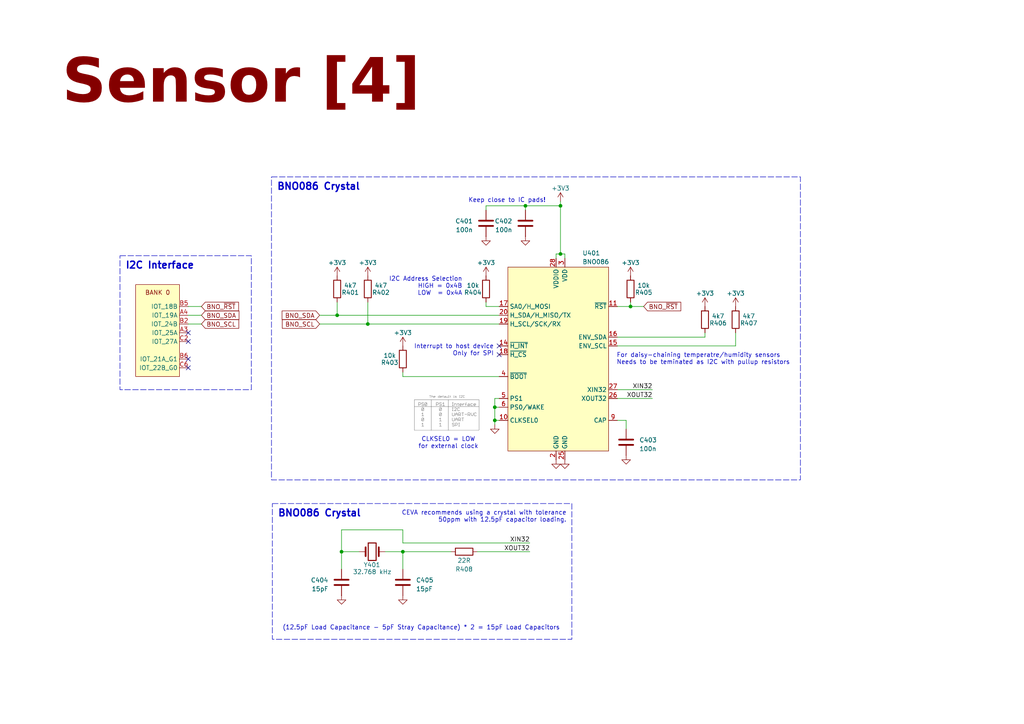
<source format=kicad_sch>
(kicad_sch (version 20250114) (generator "eeschema") (generator_version "9.0")
  (paper "A4")
  (title_block (title "Sensor") (date "2025-11-18") (rev "1.0") (company "Czech Technical University in Prague"))
  (lib_symbols
    (symbol "+3.3VA_6" (power) (pin_names (offset 0))
      (property "Value" "+3.3VA" (at 0 3.556 0))
      (symbol "+3.3VA_6_0_1"
        (polyline (pts (xy -0.762 1.27) (xy 0 2.54)))
        (polyline (pts (xy 0 2.54) (xy 0.762 1.27)))
        (polyline (pts (xy 0 0) (xy 0 2.54)))
      )
      (symbol "+3.3VA_6_1_1"
        (pin power_in line (at 0 0 90) (length 0) (hide yes) (name "+3.3VA") (number "1"))
      )
    )
    (symbol "Custom_VoxLink_Symbols:BNO086"
      (property "Reference" "U" (at 28.702 17.526 0))
      (property "Value" "BNO086" (at 25.654 15.24 0))
      (symbol "BNO086_1_1"
        (rectangle (start 0 13.97) (end 29.21 -39.37) (fill (type background)))
        (pin input line (at -2.54 2.54 0) (length 2.54) (name "SA0/H_MOSI") (number "17"))
        (pin bidirectional line (at -2.54 0 0) (length 2.54) (name "H_SDA/H_MISO/TX") (number "20"))
        (pin bidirectional line (at -2.54 -2.54 0) (length 2.54) (name "H_SCL/SCK/RX") (number "19"))
        (pin output line (at -2.54 -8.89 0) (length 2.54) (name "~{H_INT}") (number "14"))
        (pin input line (at -2.54 -11.43 0) (length 2.54) (name "~{H_CS}") (number "18"))
        (pin input line (at -2.54 -17.78 0) (length 2.54) (name "~{BOOT}") (number "4"))
        (pin input line (at -2.54 -24.13 0) (length 2.54) (name "PS1") (number "5"))
        (pin input line (at -2.54 -26.67 0) (length 2.54) (name "PS0/WAKE") (number "6"))
        (pin input line (at -2.54 -30.48 0) (length 2.54) (name "CLKSEL0") (number "10"))
        (pin power_in line (at 13.97 16.51 270) (length 2.54) (name "VDDIO") (number "28"))
        (pin power_out line (at 13.97 -41.91 90) (length 2.54) (name "GND") (number "2"))
        (pin power_in line (at 16.51 16.51 270) (length 2.54) (name "VDD") (number "3"))
        (pin power_out line (at 16.51 -41.91 90) (length 2.54) (name "GND") (number "25"))
        (pin input line (at 31.75 2.54 180) (length 2.54) (name "~{RST}") (number "11"))
        (pin bidirectional line (at 31.75 -6.35 180) (length 2.54) (name "ENV_SDA") (number "16"))
        (pin bidirectional line (at 31.75 -8.89 180) (length 2.54) (name "ENV_SCL") (number "15"))
        (pin input line (at 31.75 -21.59 180) (length 2.54) (name "XIN32") (number "27"))
        (pin output line (at 31.75 -24.13 180) (length 2.54) (name "XOUT32") (number "26"))
        (pin input line (at 31.75 -30.48 180) (length 2.54) (name "CAP") (number "9"))
      )
    )
    (symbol "Custom_VoxLink_Symbols:ICE40UL1K-CM36AI"
      (symbol "ICE40UL1K-CM36AI_1_1"
        (rectangle (start -6.35 16.51) (end 6.35 -16.51) (fill (type background)))
        (text "SUPPLY" (at 0.508 14.732 0) (effects (font (size 1.27 1.27))))
        (pin power_in line (at -8.89 11.43 0) (length 2.54) (name "VCC") (number "D3"))
        (pin power_in line (at -8.89 8.89 0) (length 2.54) (name "VCCPLL") (number "D4"))
        (pin power_in line (at -8.89 6.35 0) (length 2.54) (name "VPP2V5") (number "B4"))
        (pin power_in line (at -8.89 1.27 0) (length 2.54) (name "VCCIO0") (number "B3"))
        (pin power_in line (at -8.89 -1.27 0) (length 2.54) (name "VCCIO2") (number "E3"))
        (pin power_in line (at -8.89 -3.81 0) (length 2.54) (name "SPI_VCCIO1") (number "E4"))
        (pin power_out line (at -8.89 -8.89 0) (length 2.54) (name "GND") (number "C3"))
        (pin power_out line (at -8.89 -11.43 0) (length 2.54) (name "GND") (number "C4"))
        (pin power_out line (at -8.89 -13.97 0) (length 2.54) (name "GND_LED") (number "C5"))
      )
      (symbol "ICE40UL1K-CM36AI_2_1"
        (rectangle (start -6.35 15.24) (end 6.35 -15.24) (fill (type background)))
        (text "BANK 2" (at 0 13.462 0) (effects (font (size 1.27 1.27))))
        (pin bidirectional line (at 8.89 10.16 180) (length 2.54) (name "IOB_0A") (number "F1"))
        (pin bidirectional line (at 8.89 7.62 180) (length 2.54) (name "IOB_1B") (number "E1"))
        (pin bidirectional line (at 8.89 5.08 180) (length 2.54) (name "IOB_4A") (number "D1"))
        (pin bidirectional line (at 8.89 2.54 180) (length 2.54) (name "IOB_5B") (number "C1"))
        (pin bidirectional line (at 8.89 0 180) (length 2.54) (name "IOB_6A") (number "E2"))
        (pin bidirectional line (at 8.89 -2.54 180) (length 2.54) (name "IOB_10A") (number "D6"))
        (pin bidirectional line (at 8.89 -7.62 180) (length 2.54) (name "IOB_3B_G6") (number "F2"))
        (pin bidirectional line (at 8.89 -10.16 180) (length 2.54) (name "IOB_7B_G5") (number "F3"))
        (pin bidirectional line (at 8.89 -12.7 180) (length 2.54) (name "IOB_8A_G4") (number "D2"))
      )
      (symbol "ICE40UL1K-CM36AI_3_1"
        (rectangle (start -6.35 12.7) (end 6.35 -13.97) (fill (type background)))
        (text "BANK 0" (at 0 10.414 0) (effects (font (size 1.27 1.27))))
        (pin bidirectional line (at 8.89 6.35 180) (length 2.54) (name "IOT_18B") (number "B5"))
        (pin bidirectional line (at 8.89 3.81 180) (length 2.54) (name "IOT_19A") (number "A4"))
        (pin bidirectional line (at 8.89 1.27 180) (length 2.54) (name "IOT_24B") (number "B2"))
        (pin bidirectional line (at 8.89 -1.27 180) (length 2.54) (name "IOT_25A") (number "A3"))
        (pin bidirectional line (at 8.89 -3.81 180) (length 2.54) (name "IOT_27A") (number "C2"))
        (pin bidirectional line (at 8.89 -8.89 180) (length 2.54) (name "IOT_21A_G1") (number "B6"))
        (pin bidirectional line (at 8.89 -11.43 180) (length 2.54) (name "IOT_22B_G0") (number "C6"))
      )
      (symbol "ICE40UL1K-CM36AI_4_1"
        (rectangle (start -6.35 11.43) (end 6.35 -10.16) (fill (type background)))
        (text "BANK 0" (at 0 9.144 0) (effects (font (size 1.27 1.27))))
        (text "OPEN DRAIN" (at 0 6.858 0) (effects (font (size 1.27 1.27))))
        (pin bidirectional line (at 8.89 2.54 180) (length 2.54) (name "RGB0") (number "A2"))
        (pin bidirectional line (at 8.89 0 180) (length 2.54) (name "RGB1") (number "B1"))
        (pin bidirectional line (at 8.89 -2.54 180) (length 2.54) (name "RGB2") (number "A1"))
        (pin bidirectional line (at 8.89 -5.08 180) (length 2.54) (name "BARCODE") (number "A5"))
        (pin bidirectional line (at 8.89 -7.62 180) (length 2.54) (name "IRLED") (number "A6"))
      )
      (symbol "ICE40UL1K-CM36AI_5_1"
        (rectangle (start -8.89 15.24) (end 8.89 -15.24) (fill (type background)))
        (text "BANK 1" (at 0 12.954 0) (effects (font (size 1.27 1.27))))
        (text "SPI INTERFACE" (at 0 10.668 0) (effects (font (size 1.27 1.27))))
        (pin bidirectional line (at 11.43 5.08 180) (length 2.54) (name "IOB_14A_SO") (number "F6"))
        (pin bidirectional line (at 11.43 2.54 180) (length 2.54) (name "IOB_15B_SI") (number "E5"))
        (pin bidirectional line (at 11.43 0 180) (length 2.54) (name "IOB_16A_SCK") (number "E6"))
        (pin bidirectional line (at 11.43 -2.54 180) (length 2.54) (name "IOB_17B_SS") (number "F5"))
        (pin bidirectional line (at 11.43 -8.89 180) (length 2.54) (name "IOB_11B_CDONE") (number "D5"))
        (pin input line (at 11.43 -12.7 180) (length 2.54) (name "~{CRESET}") (number "F4"))
      )
    )
    (symbol "Device:C" (pin_numbers (hide yes)) (pin_names (offset 0.254))
      (property "Reference" "C" (at 0.635 2.54 0))
      (property "Value" "C" (at 0.635 -2.54 0))
      (symbol "C_0_1"
        (polyline (pts (xy -2.032 0.762) (xy 2.032 0.762)) (stroke (width 0.508)))
        (polyline (pts (xy -2.032 -0.762) (xy 2.032 -0.762)) (stroke (width 0.508)))
      )
      (symbol "C_1_1"
        (pin passive line (at 0 3.81 270) (length 2.794) (name "~") (number "1"))
        (pin passive line (at 0 -3.81 90) (length 2.794) (name "~") (number "2"))
      )
    )
    (symbol "Device:Crystal" (pin_numbers (hide yes)) (pin_names (offset 1.016) (hide yes))
      (property "Reference" "Y" (at 0 3.81 0))
      (property "Value" "Crystal" (at 0 -3.81 0))
      (symbol "Crystal_0_1"
        (polyline (pts (xy -2.54 0) (xy -1.905 0)))
        (polyline (pts (xy -1.905 -1.27) (xy -1.905 1.27)) (stroke (width 0.508)))
        (rectangle (start -1.143 2.54) (end 1.143 -2.54) (stroke (width 0.3048)))
        (polyline (pts (xy 1.905 -1.27) (xy 1.905 1.27)) (stroke (width 0.508)))
        (polyline (pts (xy 2.54 0) (xy 1.905 0)))
      )
      (symbol "Crystal_1_1"
        (pin passive line (at -3.81 0 0) (length 1.27) (name "1") (number "1"))
        (pin passive line (at 3.81 0 180) (length 1.27) (name "2") (number "2"))
      )
    )
    (symbol "Device:R" (pin_numbers (hide yes)) (pin_names (offset 0))
      (property "Reference" "R" (at 2.032 0 90))
      (property "Value" "R" (at 0 0 90))
      (symbol "R_0_1"
        (rectangle (start -1.016 -2.54) (end 1.016 2.54) (stroke (width 0.254)))
      )
      (symbol "R_1_1"
        (pin passive line (at 0 3.81 270) (length 1.27) (name "~") (number "1"))
        (pin passive line (at 0 -3.81 90) (length 1.27) (name "~") (number "2"))
      )
    )
    (symbol "power:GND" (power) (pin_numbers (hide yes)) (pin_names (offset 0) (hide yes))
      (property "Value" "GND" (at 0 -3.81 0))
      (symbol "GND_0_1"
        (polyline (pts (xy 0 0) (xy 0 -1.27) (xy 1.27 -1.27) (xy 0 -2.54) (xy -1.27 -1.27) (xy 0 -1.27)))
      )
      (symbol "GND_1_1"
        (pin power_in line (at 0 0 270) (length 0) (name "~") (number "1"))
      )
    )
  )
  (text "CLKSEL0 = LOW\nfor external clock" (at 130.048 128.524 0) (effects (font (size 1.27 1.27))))
  (text "I2C Address Selection\nHIGH = 0x4B\nLOW  = 0x4A" (at 134.112 83.058 0) (effects (font (size 1.27 1.27)) (justify right)))
  (text "Keep close to IC pads!" (at 147.066 58.166 0) (effects (font (size 1.27 1.27))))
  (text "For daisy-chaining temperatre/humidity sensors\nNeeds to be teminated as I2C with pullup resistors" (at 178.816 104.14 0) (effects (font (size 1.27 1.27)) (justify left)))
  (text "CEVA recommends using a crystal with tolerance\n50ppm with 12.5pF capacitor loading." (at 164.338 149.86 0) (effects (font (size 1.27 1.27)) (justify right)))
  (text "Sensor [4]" (at 18.034 27.686 0) (effects (font (size 12.7 12.7) (thickness 0.762) (bold yes)) (justify left)))
  (text "Interrupt to host device\nOnly for SPI" (at 143.256 101.6 0) (effects (font (size 1.27 1.27)) (justify right)))
  (text "(12.5pF Load Capacitance - 5pF Stray Capacitance) * 2 = 15pF Load Capacitors" (at 81.915 182.88 0) (effects (font (size 1.27 1.27)) (justify left bottom)))
  (text_box "I2C Interface" (at 34.798 74.168 0) (size 38.1 38.862) (margins 1.5 1.5 1.5 1.5) (stroke (width 0) (type dash)) (effects (font (size 2 2) (thickness 0.4) (bold yes)) (justify left top)))
  (text_box "BNO086 Crystal" (at 78.994 146.05 0) (size 86.868 39.37) (margins 1.5 1.5 1.5 1.5) (stroke (width 0) (type dash)) (effects (font (size 2 2) (thickness 0.4) (bold yes)) (justify left top)))
  (text_box "BNO086 Crystal" (at 78.74 51.308 0) (size 153.416 87.884) (margins 1.5 1.5 1.5 1.5) (stroke (width 0) (type dash)) (effects (font (size 2 2) (thickness 0.4) (bold yes)) (justify left top)))
  (junction (at 99.06 160.02))
  (junction (at 116.84 160.02))
  (junction (at 152.4 59.69))
  (junction (at 162.56 59.69))
  (junction (at 143.51 118.11))
  (junction (at 162.56 73.66))
  (junction (at 106.68 93.98))
  (junction (at 143.51 121.92))
  (junction (at 97.79 91.44))
  (junction (at 182.88 88.9))
  (no_connect (at 54.61 96.52))
  (no_connect (at 54.61 106.68))
  (no_connect (at 144.78 102.87))
  (no_connect (at 54.61 99.06))
  (no_connect (at 54.61 104.14))
  (no_connect (at 144.78 100.33))
  (wire (pts (xy 99.06 160.02) (xy 104.14 160.02)))
  (wire (pts (xy 179.07 113.03) (xy 189.23 113.03)))
  (wire (pts (xy 111.76 160.02) (xy 116.84 160.02)))
  (wire (pts (xy 182.88 88.9) (xy 182.88 87.63)))
  (wire (pts (xy 152.4 59.69) (xy 152.4 60.96)))
  (wire (pts (xy 140.97 59.69) (xy 152.4 59.69)))
  (wire (pts (xy 116.84 109.22) (xy 116.84 107.95)))
  (wire (pts (xy 161.29 74.93) (xy 161.29 73.66)))
  (wire (pts (xy 144.78 121.92) (xy 143.51 121.92)))
  (wire (pts (xy 143.51 118.11) (xy 143.51 121.92)))
  (wire (pts (xy 116.84 160.02) (xy 130.81 160.02)))
  (wire (pts (xy 106.68 87.63) (xy 106.68 93.98)))
  (wire (pts (xy 179.07 100.33) (xy 213.36 100.33)))
  (wire (pts (xy 144.78 88.9) (xy 140.97 88.9)))
  (wire (pts (xy 99.06 153.67) (xy 116.84 153.67)))
  (wire (pts (xy 92.71 93.98) (xy 106.68 93.98)))
  (wire (pts (xy 144.78 115.57) (xy 143.51 115.57)))
  (wire (pts (xy 140.97 87.63) (xy 140.97 88.9)))
  (wire (pts (xy 179.07 121.92) (xy 181.61 121.92)))
  (wire (pts (xy 140.97 60.96) (xy 140.97 59.69)))
  (wire (pts (xy 54.61 88.9) (xy 58.42 88.9)))
  (wire (pts (xy 97.79 87.63) (xy 97.79 91.44)))
  (wire (pts (xy 99.06 160.02) (xy 99.06 153.67)))
  (wire (pts (xy 179.07 115.57) (xy 189.23 115.57)))
  (wire (pts (xy 213.36 100.33) (xy 213.36 96.52)))
  (wire (pts (xy 143.51 115.57) (xy 143.51 118.11)))
  (wire (pts (xy 162.56 58.42) (xy 162.56 59.69)))
  (wire (pts (xy 179.07 97.79) (xy 204.47 97.79)))
  (wire (pts (xy 204.47 97.79) (xy 204.47 96.52)))
  (wire (pts (xy 116.84 157.48) (xy 153.67 157.48)))
  (wire (pts (xy 138.43 160.02) (xy 153.67 160.02)))
  (wire (pts (xy 152.4 59.69) (xy 162.56 59.69)))
  (wire (pts (xy 144.78 109.22) (xy 116.84 109.22)))
  (wire (pts (xy 92.71 91.44) (xy 97.79 91.44)))
  (wire (pts (xy 162.56 73.66) (xy 163.83 73.66)))
  (wire (pts (xy 143.51 118.11) (xy 144.78 118.11)))
  (wire (pts (xy 179.07 88.9) (xy 182.88 88.9)))
  (wire (pts (xy 182.88 88.9) (xy 186.69 88.9)))
  (wire (pts (xy 99.06 165.1) (xy 99.06 160.02)))
  (wire (pts (xy 116.84 153.67) (xy 116.84 157.48)))
  (wire (pts (xy 106.68 93.98) (xy 144.78 93.98)))
  (wire (pts (xy 143.51 121.92) (xy 143.51 123.19)))
  (wire (pts (xy 162.56 59.69) (xy 162.56 73.66)))
  (wire (pts (xy 97.79 91.44) (xy 144.78 91.44)))
  (wire (pts (xy 163.83 73.66) (xy 163.83 74.93)))
  (wire (pts (xy 54.61 93.98) (xy 58.42 93.98)))
  (wire (pts (xy 54.61 91.44) (xy 58.42 91.44)))
  (wire (pts (xy 161.29 73.66) (xy 162.56 73.66)))
  (wire (pts (xy 181.61 121.92) (xy 181.61 124.46)))
  (wire (pts (xy 116.84 160.02) (xy 116.84 165.1)))
  (image (at 129.54 119.634) (scale 0.134653))
  (label "XIN32" (at 153.67 157.48 180))
  (label "XIN32" (at 189.23 113.03 180))
  (label "XOUT32" (at 153.67 160.02 180))
  (label "XOUT32" (at 189.23 115.57 180))
  (global_label "BNO_SCL" (shape input) (at 92.71 93.98 180) (property "Intersheetrefs" "${INTERSHEET_REFS}" (effects (hide yes))))
  (global_label "BNO_SCL" (shape input) (at 58.42 93.98 0) (property "Intersheetrefs" "${INTERSHEET_REFS}" (effects (hide yes))))
  (global_label "BNO_SDA" (shape input) (at 92.71 91.44 180) (property "Intersheetrefs" "${INTERSHEET_REFS}" (effects (hide yes))))
  (global_label "BNO_~{RST}" (shape input) (at 186.69 88.9 0) (property "Intersheetrefs" "${INTERSHEET_REFS}" (effects (hide yes))))
  (global_label "BNO_SDA" (shape input) (at 58.42 91.44 0) (property "Intersheetrefs" "${INTERSHEET_REFS}" (effects (hide yes))))
  (global_label "BNO_~{RST}" (shape input) (at 58.42 88.9 0) (property "Intersheetrefs" "${INTERSHEET_REFS}" (effects (hide yes))))
  (symbol (lib_id "power:GND") (at 152.4 68.58 0) (mirror y) (unit 1)
    (property "Reference" "#PWR060" (effects (hide yes)))
    (property "Value" "GND" (effects (hide yes)))
  )
  (symbol (lib_id "Device:C") (at 99.06 168.91 0) (mirror y) (unit 1)
    (property "Reference" "C404" (at 95.25 168.275 0) (effects (justify left)))
    (property "Value" "15pF" (at 95.25 170.815 0) (effects (justify left)))
    (property "Footprint" "Capacitor_SMD:C_0402_1005Metric" (effects (hide yes)))
    (property "Datasheet" "https://eu.mouser.com/ProductDetail/81-GCM1555G1H100JA6D" (effects (hide yes)))
  )
  (symbol (lib_id "power:GND") (at 163.83 133.35 0) (mirror y) (unit 1)
    (property "Reference" "#PWR052" (effects (hide yes)))
    (property "Value" "GND" (effects (hide yes)))
  )
  (symbol (lib_name "+3.3VA_6") (lib_id "power:+3.3VA") (at 213.36 88.9 0) (mirror y) (unit 1)
    (property "Reference" "#PWR058" (effects (hide yes)))
    (property "Value" "+3V3" (at 213.36 85.09 0))
  )
  (symbol (lib_id "power:GND") (at 161.29 133.35 0) (mirror y) (unit 1)
    (property "Reference" "#PWR051" (effects (hide yes)))
    (property "Value" "GND" (effects (hide yes)))
  )
  (symbol (lib_id "power:GND") (at 181.61 132.08 0) (mirror y) (unit 1)
    (property "Reference" "#PWR055" (effects (hide yes)))
    (property "Value" "GND" (effects (hide yes)))
  )
  (symbol (lib_id "power:GND") (at 116.84 172.72 0) (mirror y) (unit 1)
    (property "Reference" "#PWR029" (effects (hide yes)))
    (property "Value" "GND" (effects (hide yes)))
  )
  (symbol (lib_id "Custom_VoxLink_Symbols:BNO086") (at 147.32 91.44 0) (unit 1)
    (property "Reference" "U401" (at 168.91 73.406 0) (effects (justify left)))
    (property "Value" "BNO086" (at 168.91 75.946 0) (effects (justify left)))
  )
  (symbol (lib_id "Device:R") (at 140.97 83.82 0) (mirror y) (unit 1)
    (property "Reference" "R404" (at 137.16 84.836 0))
    (property "Value" "10k" (at 137.16 82.804 0))
  )
  (symbol (lib_id "Device:R") (at 116.84 104.14 0) (mirror y) (unit 1)
    (property "Reference" "R403" (at 113.03 105.156 0))
    (property "Value" "10k" (at 113.03 103.124 0))
  )
  (symbol (lib_id "Device:R") (at 97.79 83.82 0) (unit 1)
    (property "Reference" "R401" (at 101.6 84.836 0))
    (property "Value" "4k7" (at 101.6 82.804 0))
  )
  (symbol (lib_id "power:GND") (at 140.97 68.58 0) (mirror y) (unit 1)
    (property "Reference" "#PWR061" (effects (hide yes)))
    (property "Value" "GND" (effects (hide yes)))
  )
  (symbol (lib_name "+3.3VA_6") (lib_id "power:+3.3VA") (at 204.47 88.9 0) (mirror y) (unit 1)
    (property "Reference" "#PWR057" (effects (hide yes)))
    (property "Value" "+3V3" (at 204.47 85.09 0))
  )
  (symbol (lib_name "+3.3VA_6") (lib_id "power:+3.3VA") (at 116.84 100.33 0) (unit 1)
    (property "Reference" "#PWR065" (effects (hide yes)))
    (property "Value" "+3V3" (at 116.84 96.52 0))
  )
  (symbol (lib_id "Device:R") (at 134.62 160.02 270) (unit 1)
    (property "Reference" "R408" (at 134.62 165.1 90))
    (property "Value" "22R" (at 134.62 162.56 90))
    (property "Footprint" "Resistor_SMD:R_0402_1005Metric" (effects (hide yes)))
    (property "Datasheet" "https://eu.mouser.com/ProductDetail/71-CRCW040222R0JNEDC" (effects (hide yes)))
  )
  (symbol (lib_id "power:GND") (at 143.51 123.19 0) (mirror y) (unit 1)
    (property "Reference" "#PWR056" (effects (hide yes)))
    (property "Value" "GND" (effects (hide yes)))
  )
  (symbol (lib_id "Device:Crystal") (at 107.95 160.02 0) (mirror y) (unit 1)
    (property "Reference" "Y401" (at 105.41 163.83 0) (effects (justify right)))
    (property "Value" "32.768 kHz" (at 107.95 165.862 0))
    (property "Description" "Two pin crystal" (effects (hide yes)))
    (property "Distributor" "https://www.mouser.sk/ProductDetail/Micro-Crystal/CM8V-T1A-32.768kHz-12.5pF-20PPM-TA-QC?qs=7bTaA%2FLYtSYgtx%252BmOOZAYQ%3D%3D" (effects (hide yes)))
  )
  (symbol (lib_name "+3.3VA_6") (lib_id "power:+3.3VA") (at 140.97 80.01 0) (unit 1)
    (property "Reference" "#PWR062" (effects (hide yes)))
    (property "Value" "+3V3" (at 140.97 76.2 0))
  )
  (symbol (lib_name "+3.3VA_6") (lib_id "power:+3.3VA") (at 97.79 80.01 0) (mirror y) (unit 1)
    (property "Reference" "#PWR063" (effects (hide yes)))
    (property "Value" "+3V3" (at 97.79 76.2 0))
  )
  (symbol (lib_name "+3.3VA_6") (lib_id "power:+3.3VA") (at 106.68 80.01 0) (mirror y) (unit 1)
    (property "Reference" "#PWR064" (effects (hide yes)))
    (property "Value" "+3V3" (at 106.68 76.2 0))
  )
  (symbol (lib_id "Device:R") (at 106.68 83.82 0) (unit 1)
    (property "Reference" "R402" (at 110.49 84.836 0))
    (property "Value" "4k7" (at 110.49 82.804 0))
  )
  (symbol (lib_id "Custom_VoxLink_Symbols:ICE40UL1K-CM36AI") (at 45.72 95.25 0) (unit 3)
    (property "Reference" "U402" (effects (hide yes)))
    (property "Value" "ICE40UL1K-CM36AI" (effects (hide yes)))
    (property "Footprint" "Package_BGA:UCBGA-36_2.5x2.5mm_Layout6x6_P0.4mm" (effects (hide yes)))
    (property "Distributor Link" "https://eu.mouser.com/ProductDetail/Lattice/ICE40UL1K-CM36AI?qs=XJu%252BLGjWfSAZhGGFZ7EiQg%3D%3D" (effects (hide yes)))
  )
  (symbol (lib_id "Device:R") (at 204.47 92.71 0) (unit 1)
    (property "Reference" "R406" (at 208.28 93.726 0))
    (property "Value" "4k7" (at 208.28 91.694 0))
  )
  (symbol (lib_id "Device:R") (at 213.36 92.71 0) (unit 1)
    (property "Reference" "R407" (at 217.17 93.726 0))
    (property "Value" "4k7" (at 217.17 91.694 0))
  )
  (symbol (lib_id "Device:C") (at 152.4 64.77 0) (mirror y) (unit 1)
    (property "Reference" "C402" (at 148.59 64.135 0) (effects (justify left)))
    (property "Value" "100n" (at 148.59 66.675 0) (effects (justify left)))
    (property "Footprint" "Capacitor_SMD:C_0402_1005Metric" (effects (hide yes)))
  )
  (symbol (lib_name "+3.3VA_6") (lib_id "power:+3.3VA") (at 182.88 80.01 0) (mirror y) (unit 1)
    (property "Reference" "#PWR059" (effects (hide yes)))
    (property "Value" "+3V3" (at 182.88 76.2 0))
  )
  (symbol (lib_id "Device:C") (at 181.61 128.27 0) (unit 1)
    (property "Reference" "C403" (at 185.42 127.635 0) (effects (justify left)))
    (property "Value" "100n" (at 185.42 130.175 0) (effects (justify left)))
    (property "Footprint" "Capacitor_SMD:C_0402_1005Metric" (effects (hide yes)))
    (property "Datasheet" "https://eu.mouser.com/ProductDetail/81-GCM1555G1H100JA6D" (effects (hide yes)))
  )
  (symbol (lib_name "+3.3VA_6") (lib_id "power:+3.3VA") (at 162.56 58.42 0) (mirror y) (unit 1)
    (property "Reference" "#PWR053" (effects (hide yes)))
    (property "Value" "+3V3" (at 162.56 54.61 0))
  )
  (symbol (lib_id "Device:C") (at 116.84 168.91 0) (unit 1)
    (property "Reference" "C405" (at 120.65 168.275 0) (effects (justify left)))
    (property "Value" "15pF" (at 120.65 170.815 0) (effects (justify left)))
    (property "Footprint" "Capacitor_SMD:C_0402_1005Metric" (effects (hide yes)))
    (property "Datasheet" "https://eu.mouser.com/ProductDetail/81-GCM1555G1H100JA6D" (effects (hide yes)))
  )
  (symbol (lib_id "power:GND") (at 99.06 172.72 0) (mirror y) (unit 1)
    (property "Reference" "#PWR016" (effects (hide yes)))
    (property "Value" "GND" (effects (hide yes)))
  )
  (symbol (lib_id "Device:R") (at 182.88 83.82 0) (unit 1)
    (property "Reference" "R405" (at 186.69 84.836 0))
    (property "Value" "10k" (at 186.69 82.804 0))
  )
  (symbol (lib_id "Device:C") (at 140.97 64.77 0) (mirror y) (unit 1)
    (property "Reference" "C401" (at 137.16 64.135 0) (effects (justify left)))
    (property "Value" "100n" (at 137.16 66.675 0) (effects (justify left)))
    (property "Footprint" "Capacitor_SMD:C_0402_1005Metric" (effects (hide yes)))
  )
)
</source>
